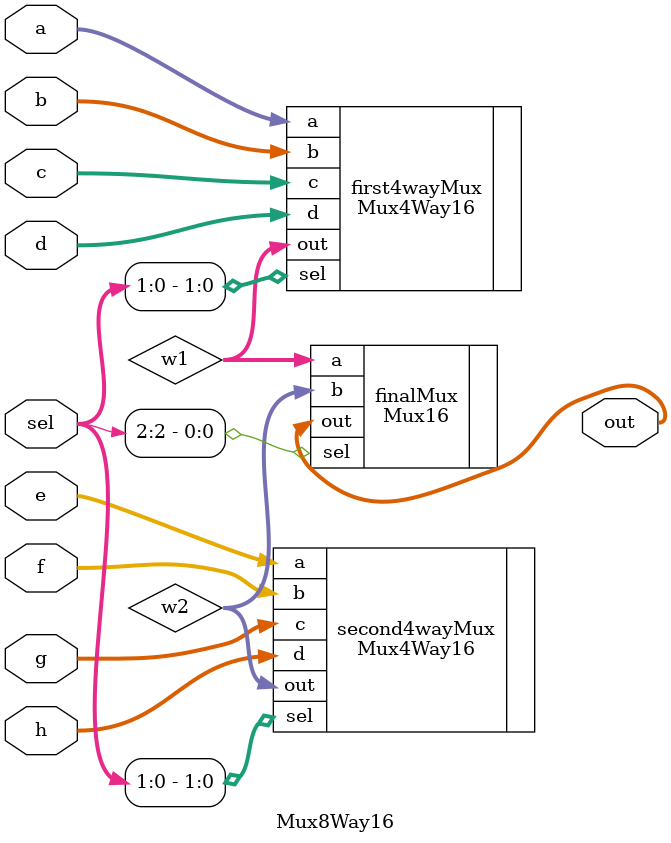
<source format=v>
module Mux8Way16 (a,b,c,d,e,f,g,h,sel,out);

	input [15:0] a,b,c,d,e,f,g,h;
	input [2:0] sel;
	output [15:0] out;
	wire[15:0] w1, w2;
	
	Mux4Way16 first4wayMux(
	.a(a),
	.b(b),
	.c(c),
	.d(d),
	.sel(sel[1:0]),
	.out(w1));
	
	Mux4Way16 second4wayMux(
	.a(e),
	.b(f),
	.c(g),
	.d(h),
	.sel(sel[1:0]),
	.out(w2));
	
	Mux16 finalMux(
	.a(w1),
	.b(w2),
	.sel(sel[2]),
	.out(out));

endmodule
</source>
